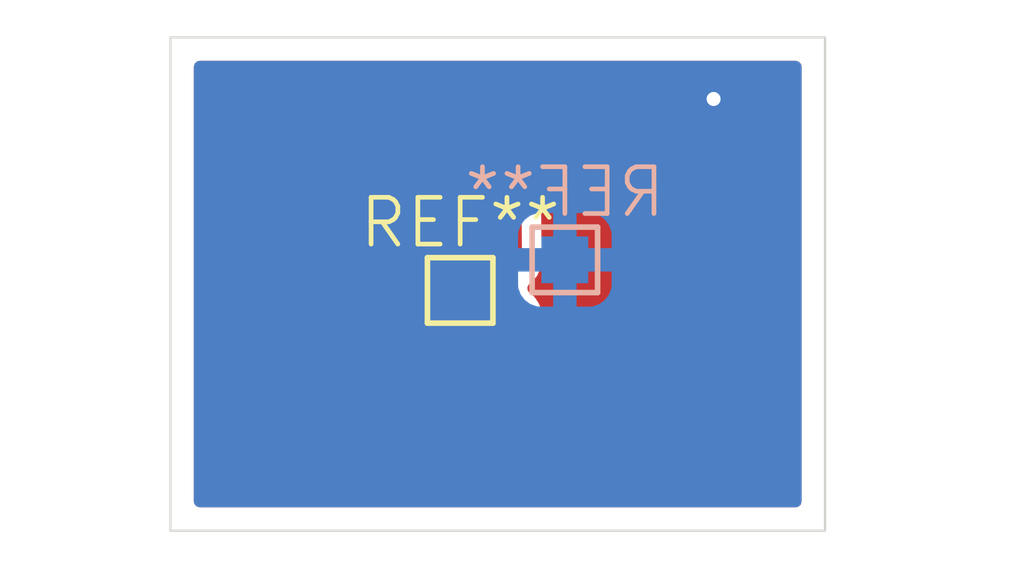
<source format=kicad_pcb>
(kicad_pcb (version 20230620) (generator pcbnew)
  (layers (0 "F.Cu" signal) (31 "B.Cu" signal) (34 "B.Paste" user) (35 "F.Paste" user) (36 "B.SilkS" user "B.Silkscreen") (37 "F.SilkS" user "F.Silkscreen") (38 "B.Mask" user) (39 "F.Mask" user) (44 "Edge.Cuts" user))
  (net 0 "")
  (net 1 "A")
  (net 2 "B")
  (footprint "TestPoint:TestPoint_Pad_1.0x1.0mm" (layer "F.Cu") (at 126.383886 85.958221)
    (property "Reference" "REF**" (at 0 -1.448 0 unlocked) (layer "F.SilkS") (effects (font (thickness 0.1))))
    (property "Value" "TestPoint_Pad_1.0x1.0mm")
    (fp_line (start -0.7 -0.7) (end 0.7 -0.7) (stroke (width 0.12)) (layer "F.SilkS"))
    (fp_line (start -0.7 0.7) (end -0.7 -0.7) (stroke (width 0.12)) (layer "F.SilkS"))
    (fp_line (start 0.7 -0.7) (end 0.7 0.7) (stroke (width 0.12)) (layer "F.SilkS"))
    (fp_line (start 0.7 0.7) (end -0.7 0.7) (stroke (width 0.12)) (layer "F.SilkS"))
    (pad "1" smd rect (at 0 0) (size 1 1) (layers "F.Cu" "F.Mask") (net 1 "A"))
  )
  (footprint "TestPoint:TestPoint_Pad_1.0x1.0mm" (layer "B.Cu") (at 128.622292 85.304594 180)
    (property "Reference" "REF**" (at 0 1.448 0 unlocked) (layer "B.SilkS") (effects (font (thickness 0.1)) (justify mirror)))
    (property "Value" "TestPoint_Pad_1.0x1.0mm")
    (fp_line (start 0.7 0.7) (end -0.7 0.7) (stroke (width 0.12)) (layer "B.SilkS"))
    (fp_line (start 0.7 -0.7) (end 0.7 0.7) (stroke (width 0.12)) (layer "B.SilkS"))
    (fp_line (start -0.7 0.7) (end -0.7 -0.7) (stroke (width 0.12)) (layer "B.SilkS"))
    (fp_line (start -0.7 -0.7) (end 0.7 -0.7) (stroke (width 0.12)) (layer "B.SilkS"))
    (pad "1" smd rect (at 0 0 180) (size 1 1) (layers "B.Cu" "B.Mask") (net 2 "B"))
  )
  (gr_rect (start 120.188564 80.549407) (end 134.184964 91.096551) (stroke (width 0.05)) (fill none) (layer "Edge.Cuts"))
  (via (at 131.802386 81.865308) (size 0.6) (drill 0.3) (layers "F.Cu" "B.Cu") (net 2))
  (zone (net 1) (net_name "A") (layer "F.Cu") (priority 1) (connect_pads (clearance 0.5)) (min_thickness 0.25) (fill yes (thermal_gap 0.5) (thermal_bridge_width 0.5))
    (polygon (pts (xy 122.70769 82.894624) (xy 127.682194 82.784966) (xy 127.742008 89.07537) (xy 122.647877 88.736426)))
  )
  (zone (net 2) (net_name "B") (layers "F&B.Cu") (connect_pads (clearance 0.5)) (min_thickness 0.25) (fill yes (thermal_gap 0.5) (thermal_bridge_width 0.5))
    (polygon (pts (xy 118.583563 79.871518) (xy 118.513781 92.023664) (xy 135.590585 92.063539) (xy 135.002417 80.190525)))
  )
)
</source>
